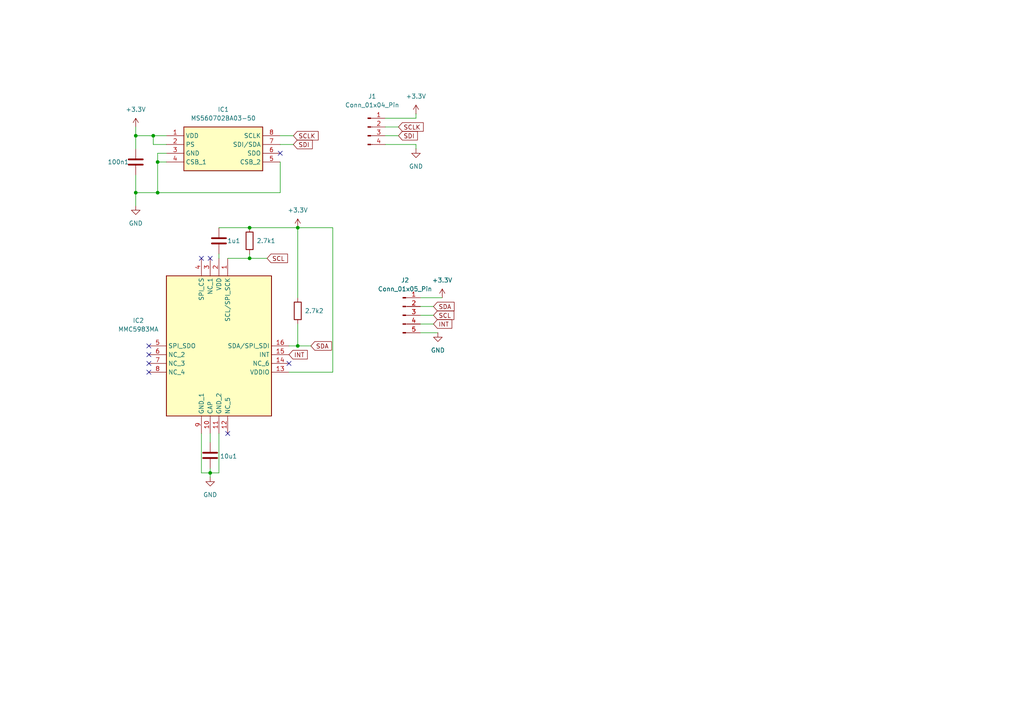
<source format=kicad_sch>
(kicad_sch (version 20250114) (generator "eeschema") (generator_version "9.0")
  (paper "A4")
  (lib_symbols
    (symbol "Connector:Conn_01x04_Pin" (pin_names (offset 1.016) (hide yes))
      (property "Reference" "J" (at 0 5.08 0))
      (property "Value" "Conn_01x04_Pin" (at 0 -7.62 0))
      (symbol "Conn_01x04_Pin_1_1"
        (rectangle (start 0.8636 2.667) (end 0 2.413) (stroke (width 0.1524)) (fill (type outline)))
        (rectangle (start 0.8636 0.127) (end 0 -0.127) (stroke (width 0.1524)) (fill (type outline)))
        (rectangle (start 0.8636 -2.413) (end 0 -2.667) (stroke (width 0.1524)) (fill (type outline)))
        (rectangle (start 0.8636 -4.953) (end 0 -5.207) (stroke (width 0.1524)) (fill (type outline)))
        (polyline (pts (xy 1.27 2.54) (xy 0.8636 2.54)) (stroke (width 0.1524)))
        (polyline (pts (xy 1.27 0) (xy 0.8636 0)) (stroke (width 0.1524)))
        (polyline (pts (xy 1.27 -2.54) (xy 0.8636 -2.54)) (stroke (width 0.1524)))
        (polyline (pts (xy 1.27 -5.08) (xy 0.8636 -5.08)) (stroke (width 0.1524)))
        (pin passive line (at 5.08 2.54 180) (length 3.81) (name "Pin_1") (number "1"))
        (pin passive line (at 5.08 0 180) (length 3.81) (name "Pin_2") (number "2"))
        (pin passive line (at 5.08 -2.54 180) (length 3.81) (name "Pin_3") (number "3"))
        (pin passive line (at 5.08 -5.08 180) (length 3.81) (name "Pin_4") (number "4"))
      )
    )
    (symbol "Connector:Conn_01x05_Pin" (pin_names (offset 1.016) (hide yes))
      (property "Reference" "J" (at 0 7.62 0))
      (property "Value" "Conn_01x05_Pin" (at 0 -7.62 0))
      (symbol "Conn_01x05_Pin_1_1"
        (rectangle (start 0.8636 5.207) (end 0 4.953) (stroke (width 0.1524)) (fill (type outline)))
        (rectangle (start 0.8636 2.667) (end 0 2.413) (stroke (width 0.1524)) (fill (type outline)))
        (rectangle (start 0.8636 0.127) (end 0 -0.127) (stroke (width 0.1524)) (fill (type outline)))
        (rectangle (start 0.8636 -2.413) (end 0 -2.667) (stroke (width 0.1524)) (fill (type outline)))
        (rectangle (start 0.8636 -4.953) (end 0 -5.207) (stroke (width 0.1524)) (fill (type outline)))
        (polyline (pts (xy 1.27 5.08) (xy 0.8636 5.08)) (stroke (width 0.1524)))
        (polyline (pts (xy 1.27 2.54) (xy 0.8636 2.54)) (stroke (width 0.1524)))
        (polyline (pts (xy 1.27 0) (xy 0.8636 0)) (stroke (width 0.1524)))
        (polyline (pts (xy 1.27 -2.54) (xy 0.8636 -2.54)) (stroke (width 0.1524)))
        (polyline (pts (xy 1.27 -5.08) (xy 0.8636 -5.08)) (stroke (width 0.1524)))
        (pin passive line (at 5.08 5.08 180) (length 3.81) (name "Pin_1") (number "1"))
        (pin passive line (at 5.08 2.54 180) (length 3.81) (name "Pin_2") (number "2"))
        (pin passive line (at 5.08 0 180) (length 3.81) (name "Pin_3") (number "3"))
        (pin passive line (at 5.08 -2.54 180) (length 3.81) (name "Pin_4") (number "4"))
        (pin passive line (at 5.08 -5.08 180) (length 3.81) (name "Pin_5") (number "5"))
      )
    )
    (symbol "Device:C" (pin_numbers (hide yes)) (pin_names (offset 0.254))
      (property "Reference" "C" (at 0.635 2.54 0))
      (property "Value" "C" (at 0.635 -2.54 0))
      (symbol "C_0_1"
        (polyline (pts (xy -2.032 0.762) (xy 2.032 0.762)) (stroke (width 0.508)))
        (polyline (pts (xy -2.032 -0.762) (xy 2.032 -0.762)) (stroke (width 0.508)))
      )
      (symbol "C_1_1"
        (pin passive line (at 0 3.81 270) (length 2.794) (name "~") (number "1"))
        (pin passive line (at 0 -3.81 90) (length 2.794) (name "~") (number "2"))
      )
    )
    (symbol "Device:R" (pin_numbers (hide yes)) (pin_names (offset 0))
      (property "Reference" "R" (at 2.032 0 90))
      (property "Value" "R" (at 0 0 90))
      (symbol "R_0_1"
        (rectangle (start -1.016 -2.54) (end 1.016 2.54) (stroke (width 0.254)))
      )
      (symbol "R_1_1"
        (pin passive line (at 0 3.81 270) (length 1.27) (name "~") (number "1"))
        (pin passive line (at 0 -3.81 90) (length 1.27) (name "~") (number "2"))
      )
    )
    (symbol "MMC5983MA:MMC5983MA"
      (property "Reference" "IC" (at 36.83 25.4 0))
      (property "Value" "MMC5983MA" (at 36.83 22.86 0))
      (symbol "MMC5983MA_1_1"
        (rectangle (start 5.08 20.32) (end 35.56 -20.32) (stroke (width 0.254)) (fill (type background)))
        (pin passive line (at 0 0 0) (length 5.08) (name "SPI_SDO") (number "5"))
        (pin passive line (at 0 -2.54 0) (length 5.08) (name "NC_2") (number "6"))
        (pin passive line (at 0 -5.08 0) (length 5.08) (name "NC_3") (number "7"))
        (pin passive line (at 0 -7.62 0) (length 5.08) (name "NC_4") (number "8"))
        (pin passive line (at 15.24 25.4 270) (length 5.08) (name "SPI_CS") (number "4"))
        (pin passive line (at 15.24 -25.4 90) (length 5.08) (name "GND_1") (number "9"))
        (pin passive line (at 17.78 25.4 270) (length 5.08) (name "NC_1") (number "3"))
        (pin passive line (at 17.78 -25.4 90) (length 5.08) (name "CAP") (number "10"))
        (pin passive line (at 20.32 25.4 270) (length 5.08) (name "VDD") (number "2"))
        (pin passive line (at 20.32 -25.4 90) (length 5.08) (name "GND_2") (number "11"))
        (pin passive line (at 22.86 25.4 270) (length 5.08) (name "SCL/SPI_SCK") (number "1"))
        (pin passive line (at 22.86 -25.4 90) (length 5.08) (name "NC_5") (number "12"))
        (pin passive line (at 40.64 0 180) (length 5.08) (name "SDA/SPI_SDI") (number "16"))
        (pin passive line (at 40.64 -2.54 180) (length 5.08) (name "INT") (number "15"))
        (pin passive line (at 40.64 -5.08 180) (length 5.08) (name "NC_6") (number "14"))
        (pin passive line (at 40.64 -7.62 180) (length 5.08) (name "VDDIO") (number "13"))
      )
    )
    (symbol "MS560702BA03-50:MS560702BA03-50"
      (property "Reference" "IC" (at 29.21 7.62 0))
      (property "Value" "MS560702BA03-50" (at 29.21 5.08 0))
      (symbol "MS560702BA03-50_1_1"
        (rectangle (start 5.08 2.54) (end 27.94 -10.16) (stroke (width 0.254)) (fill (type background)))
        (pin power_in line (at 0 0 0) (length 5.08) (name "VDD") (number "1"))
        (pin input line (at 0 -2.54 0) (length 5.08) (name "PS") (number "2"))
        (pin power_in line (at 0 -5.08 0) (length 5.08) (name "GND") (number "3"))
        (pin input line (at 0 -7.62 0) (length 5.08) (name "CSB_1") (number "4"))
        (pin input line (at 33.02 0 180) (length 5.08) (name "SCLK") (number "8"))
        (pin bidirectional line (at 33.02 -2.54 180) (length 5.08) (name "SDI/SDA") (number "7"))
        (pin output line (at 33.02 -5.08 180) (length 5.08) (name "SDO") (number "6"))
        (pin input line (at 33.02 -7.62 180) (length 5.08) (name "CSB_2") (number "5"))
      )
    )
    (symbol "power:+3.3V" (power) (pin_numbers (hide yes)) (pin_names (offset 0) (hide yes))
      (property "Value" "+3.3V" (at 0 3.556 0))
      (symbol "+3.3V_0_1"
        (polyline (pts (xy -0.762 1.27) (xy 0 2.54)))
        (polyline (pts (xy 0 2.54) (xy 0.762 1.27)))
        (polyline (pts (xy 0 0) (xy 0 2.54)))
      )
      (symbol "+3.3V_1_1"
        (pin power_in line (at 0 0 90) (length 0) (name "~") (number "1"))
      )
    )
    (symbol "power:GND" (power) (pin_numbers (hide yes)) (pin_names (offset 0) (hide yes))
      (property "Value" "GND" (at 0 -3.81 0))
      (symbol "GND_0_1"
        (polyline (pts (xy 0 0) (xy 0 -1.27) (xy 1.27 -1.27) (xy 0 -2.54) (xy -1.27 -1.27) (xy 0 -1.27)))
      )
      (symbol "GND_1_1"
        (pin power_in line (at 0 0 270) (length 0) (name "~") (number "1"))
      )
    )
  )
  (junction (at 86.36 100.33))
  (junction (at 60.96 137.16))
  (junction (at 39.37 39.37))
  (junction (at 39.37 55.88))
  (junction (at 86.36 66.04))
  (junction (at 45.72 46.99))
  (junction (at 44.45 39.37))
  (junction (at 72.39 74.93))
  (junction (at 72.39 66.04))
  (junction (at 45.72 55.88))
  (no_connect (at 58.42 74.93))
  (no_connect (at 43.18 100.33))
  (no_connect (at 81.28 44.45))
  (no_connect (at 43.18 102.87))
  (no_connect (at 66.04 125.73))
  (no_connect (at 83.82 105.41))
  (no_connect (at 43.18 105.41))
  (no_connect (at 43.18 107.95))
  (no_connect (at 60.96 74.93))
  (wire (pts (xy 86.36 93.98) (xy 86.36 100.33)))
  (wire (pts (xy 72.39 74.93) (xy 72.39 73.66)))
  (wire (pts (xy 39.37 36.83) (xy 39.37 39.37)))
  (wire (pts (xy 121.92 93.98) (xy 125.73 93.98)))
  (wire (pts (xy 48.26 44.45) (xy 45.72 44.45)))
  (wire (pts (xy 111.76 39.37) (xy 115.57 39.37)))
  (wire (pts (xy 39.37 59.69) (xy 39.37 55.88)))
  (wire (pts (xy 58.42 125.73) (xy 58.42 137.16)))
  (wire (pts (xy 120.65 41.91) (xy 120.65 43.18)))
  (wire (pts (xy 81.28 41.91) (xy 85.09 41.91)))
  (wire (pts (xy 45.72 44.45) (xy 45.72 46.99)))
  (wire (pts (xy 48.26 39.37) (xy 44.45 39.37)))
  (wire (pts (xy 45.72 55.88) (xy 81.28 55.88)))
  (wire (pts (xy 72.39 66.04) (xy 86.36 66.04)))
  (wire (pts (xy 121.92 88.9) (xy 125.73 88.9)))
  (wire (pts (xy 39.37 50.8) (xy 39.37 55.88)))
  (wire (pts (xy 39.37 39.37) (xy 39.37 43.18)))
  (wire (pts (xy 72.39 74.93) (xy 77.47 74.93)))
  (wire (pts (xy 81.28 39.37) (xy 85.09 39.37)))
  (wire (pts (xy 90.17 100.33) (xy 86.36 100.33)))
  (wire (pts (xy 60.96 125.73) (xy 60.96 128.27)))
  (wire (pts (xy 63.5 66.04) (xy 72.39 66.04)))
  (wire (pts (xy 45.72 46.99) (xy 45.72 55.88)))
  (wire (pts (xy 44.45 39.37) (xy 39.37 39.37)))
  (wire (pts (xy 63.5 73.66) (xy 63.5 74.93)))
  (wire (pts (xy 81.28 46.99) (xy 81.28 55.88)))
  (wire (pts (xy 48.26 46.99) (xy 45.72 46.99)))
  (wire (pts (xy 120.65 34.29) (xy 120.65 33.02)))
  (wire (pts (xy 121.92 86.36) (xy 128.27 86.36)))
  (wire (pts (xy 111.76 41.91) (xy 120.65 41.91)))
  (wire (pts (xy 58.42 137.16) (xy 60.96 137.16)))
  (wire (pts (xy 111.76 34.29) (xy 120.65 34.29)))
  (wire (pts (xy 63.5 137.16) (xy 60.96 137.16)))
  (wire (pts (xy 60.96 137.16) (xy 60.96 138.43)))
  (wire (pts (xy 60.96 135.89) (xy 60.96 137.16)))
  (wire (pts (xy 83.82 107.95) (xy 96.52 107.95)))
  (wire (pts (xy 63.5 125.73) (xy 63.5 137.16)))
  (wire (pts (xy 86.36 100.33) (xy 83.82 100.33)))
  (wire (pts (xy 66.04 74.93) (xy 72.39 74.93)))
  (wire (pts (xy 86.36 86.36) (xy 86.36 66.04)))
  (wire (pts (xy 44.45 41.91) (xy 44.45 39.37)))
  (wire (pts (xy 48.26 41.91) (xy 44.45 41.91)))
  (wire (pts (xy 121.92 91.44) (xy 125.73 91.44)))
  (wire (pts (xy 96.52 66.04) (xy 86.36 66.04)))
  (wire (pts (xy 39.37 55.88) (xy 45.72 55.88)))
  (wire (pts (xy 111.76 36.83) (xy 115.57 36.83)))
  (wire (pts (xy 96.52 107.95) (xy 96.52 66.04)))
  (wire (pts (xy 121.92 96.52) (xy 127 96.52)))
  (global_label "SDI" (shape input) (at 85.09 41.91 0) (property "Intersheetrefs" "${INTERSHEET_REFS}" (effects (hide yes))))
  (global_label "SDA" (shape input) (at 90.17 100.33 0) (property "Intersheetrefs" "${INTERSHEET_REFS}" (effects (hide yes))))
  (global_label "SCLK" (shape input) (at 115.57 36.83 0) (property "Intersheetrefs" "${INTERSHEET_REFS}" (effects (hide yes))))
  (global_label "SCLK" (shape input) (at 85.09 39.37 0) (property "Intersheetrefs" "${INTERSHEET_REFS}" (effects (hide yes))))
  (global_label "SDA" (shape input) (at 125.73 88.9 0) (property "Intersheetrefs" "${INTERSHEET_REFS}" (effects (hide yes))))
  (global_label "SCL" (shape input) (at 77.47 74.93 0) (property "Intersheetrefs" "${INTERSHEET_REFS}" (effects (hide yes))))
  (global_label "INT" (shape input) (at 125.73 93.98 0) (property "Intersheetrefs" "${INTERSHEET_REFS}" (effects (hide yes))))
  (global_label "SDI" (shape input) (at 115.57 39.37 0) (property "Intersheetrefs" "${INTERSHEET_REFS}" (effects (hide yes))))
  (global_label "SCL" (shape input) (at 125.73 91.44 0) (property "Intersheetrefs" "${INTERSHEET_REFS}" (effects (hide yes))))
  (global_label "INT" (shape input) (at 83.82 102.87 0) (property "Intersheetrefs" "${INTERSHEET_REFS}" (effects (hide yes))))
  (symbol (lib_id "power:+3.3V") (at 128.27 86.36 0) (unit 1)
    (property "Reference" "#PWR08" (effects (hide yes)))
    (property "Value" "+3.3V" (at 128.27 81.28 0))
    (property "Description" "Power symbol creates a global label with name \"+3.3V\"" (effects (hide yes)))
  )
  (symbol (lib_id "Device:R") (at 72.39 69.85 0) (unit 1)
    (property "Reference" "2.7k1" (at 74.422 69.85 0) (effects (justify left)))
    (property "Value" "R" (effects (hide yes)))
    (property "Footprint" "Resistor_SMD:R_0402_1005Metric" (effects (hide yes)))
    (property "Description" "Resistor" (effects (hide yes)))
  )
  (symbol (lib_id "Connector:Conn_01x04_Pin") (at 106.68 36.83 0) (unit 1)
    (property "Reference" "J1" (at 107.95 27.94 0))
    (property "Value" "Conn_01x04_Pin" (at 107.95 30.48 0))
    (property "Footprint" "Connector_PinHeader_1.00mm:PinHeader_1x04_P1.00mm_Vertical" (effects (hide yes)))
    (property "Description" "Generic connector, single row, 01x04, script generated" (effects (hide yes)))
  )
  (symbol (lib_id "power:+3.3V") (at 86.36 66.04 0) (unit 1)
    (property "Reference" "#PWR05" (effects (hide yes)))
    (property "Value" "+3.3V" (at 86.36 60.96 0))
    (property "Description" "Power symbol creates a global label with name \"+3.3V\"" (effects (hide yes)))
  )
  (symbol (lib_id "Device:C") (at 63.5 69.85 180) (unit 1)
    (property "Reference" "1u1" (at 67.818 69.85 0))
    (property "Value" "C" (effects (hide yes)))
    (property "Footprint" "Capacitor_SMD:C_01005_0402Metric_Pad0.57x0.30mm_HandSolder" (effects (hide yes)))
    (property "Description" "Unpolarized capacitor" (effects (hide yes)))
  )
  (symbol (lib_id "Device:R") (at 86.36 90.17 0) (unit 1)
    (property "Reference" "2.7k2" (at 88.392 90.17 0) (effects (justify left)))
    (property "Value" "R" (effects (hide yes)))
    (property "Footprint" "Resistor_SMD:R_0402_1005Metric" (effects (hide yes)))
    (property "Description" "Resistor" (effects (hide yes)))
  )
  (symbol (lib_id "MMC5983MA:MMC5983MA") (at 43.18 100.33 0) (unit 1)
    (property "Reference" "IC2" (at 40.132 92.964 0))
    (property "Value" "MMC5983MA" (at 40.132 95.504 0))
    (property "Footprint" "MMC5983MA" (effects (hide yes)))
    (property "Description" "3-AXIS MAGNETIC SENSOR" (effects (hide yes)))
    (property "Height" "1" (effects (hide yes)))
    (property "Mouser Part Number" "438-MMC5983MA" (effects (hide yes)))
    (property "Mouser Price/Stock" "https://www.mouser.co.uk/ProductDetail/MEMSIC/MMC5983MA?qs=B6kkDfuK7%2FD5qasHMdEt2g%3D%3D" (effects (hide yes)))
    (property "Manufacturer_Name" "MEMSIC" (effects (hide yes)))
    (property "Manufacturer_Part_Number" "MMC5983MA" (effects (hide yes)))
  )
  (symbol (lib_id "power:+3.3V") (at 39.37 36.83 0) (unit 1)
    (property "Reference" "#PWR02" (effects (hide yes)))
    (property "Value" "+3.3V" (at 39.37 31.75 0))
    (property "Description" "Power symbol creates a global label with name \"+3.3V\"" (effects (hide yes)))
  )
  (symbol (lib_id "power:GND") (at 120.65 43.18 0) (unit 1)
    (property "Reference" "#PWR03" (effects (hide yes)))
    (property "Value" "GND" (at 120.65 48.26 0))
    (property "Description" "Power symbol creates a global label with name \"GND\" , ground" (effects (hide yes)))
  )
  (symbol (lib_id "MS560702BA03-50:MS560702BA03-50") (at 48.26 39.37 0) (unit 1)
    (property "Reference" "IC1" (at 64.77 31.75 0))
    (property "Value" "MS560702BA03-50" (at 64.77 34.29 0))
    (property "Footprint" "MS5607-02BA03" (effects (hide yes)))
    (property "Datasheet" "https://www.te.com/commerce/DocumentDelivery/DDEController?Action=srchrtrv&DocNm=MS5607-02BA03&DocType=Data%20Sheet&DocLang=English&PartCntxt=MS560702BA03-50&DocFormat=pdf" (effects (hide yes)))
    (property "Description" "Dimensions: Dimensions 3 x 3 x 0.9 MM | Dimensions .11 x .11 x 0.03 INCH | Electrical Characteristics: Board Level Pressure Sensor Supply Voltage 1.5  3.6 V | Operation/Application: Resolution .016 | Output/Span 24 bit ADC | Board Level Pressure Sensor Accuracy +/-4mbar | Other: Sensor Options No Option | Packaging Features: Board Level Pressure Sensor Package Surface Mountable | Product Type Features: Board Level Pressure Sensor Style Absolute | Board Level Pressure Sensor Type Digital Pressure and Altim" (effects (hide yes)))
    (property "Mouser Part Number" "824-MS560702BA03-50" (effects (hide yes)))
    (property "Mouser Price/Stock" "https://www.mouser.co.uk/ProductDetail/Measurement-Specialties/MS560702BA03-50?qs=urSpXqmdEVImCZG1H%252BT8ng%3D%3D" (effects (hide yes)))
    (property "Manufacturer_Name" "TE Connectivity" (effects (hide yes)))
    (property "Manufacturer_Part_Number" "MS560702BA03-50" (effects (hide yes)))
  )
  (symbol (lib_id "power:GND") (at 39.37 59.69 0) (unit 1)
    (property "Reference" "#PWR04" (effects (hide yes)))
    (property "Value" "GND" (at 39.37 64.77 0))
    (property "Description" "Power symbol creates a global label with name \"GND\" , ground" (effects (hide yes)))
  )
  (symbol (lib_id "power:GND") (at 60.96 138.43 0) (unit 1)
    (property "Reference" "#PWR06" (effects (hide yes)))
    (property "Value" "GND" (at 60.96 143.51 0))
    (property "Description" "Power symbol creates a global label with name \"GND\" , ground" (effects (hide yes)))
  )
  (symbol (lib_id "Connector:Conn_01x05_Pin") (at 116.84 91.44 0) (unit 1)
    (property "Reference" "J2" (at 117.475 81.28 0))
    (property "Value" "Conn_01x05_Pin" (at 117.475 83.82 0))
    (property "Footprint" "Connector_Hirose:Hirose_DF57H-5P-1.2V_1x05_P1.2mm_Socket" (effects (hide yes)))
    (property "Description" "Generic connector, single row, 01x05, script generated" (effects (hide yes)))
  )
  (symbol (lib_id "power:+3.3V") (at 120.65 33.02 0) (unit 1)
    (property "Reference" "#PWR01" (effects (hide yes)))
    (property "Value" "+3.3V" (at 120.65 27.94 0))
    (property "Description" "Power symbol creates a global label with name \"+3.3V\"" (effects (hide yes)))
  )
  (symbol (lib_id "Device:C") (at 60.96 132.08 180) (unit 1)
    (property "Reference" "10u1" (at 66.294 132.334 0))
    (property "Value" "C" (effects (hide yes)))
    (property "Footprint" "Capacitor_SMD:C_01005_0402Metric_Pad0.57x0.30mm_HandSolder" (effects (hide yes)))
    (property "Description" "Unpolarized capacitor" (effects (hide yes)))
  )
  (symbol (lib_id "Device:C") (at 39.37 46.99 180) (unit 1)
    (property "Reference" "100n1" (at 34.29 46.99 0))
    (property "Value" "C" (effects (hide yes)))
    (property "Footprint" "Capacitor_SMD:C_01005_0402Metric_Pad0.57x0.30mm_HandSolder" (effects (hide yes)))
    (property "Description" "Unpolarized capacitor" (effects (hide yes)))
  )
  (symbol (lib_id "power:GND") (at 127 96.52 0) (unit 1)
    (property "Reference" "#PWR07" (effects (hide yes)))
    (property "Value" "GND" (at 127 101.6 0))
    (property "Description" "Power symbol creates a global label with name \"GND\" , ground" (effects (hide yes)))
  )
)
</source>
